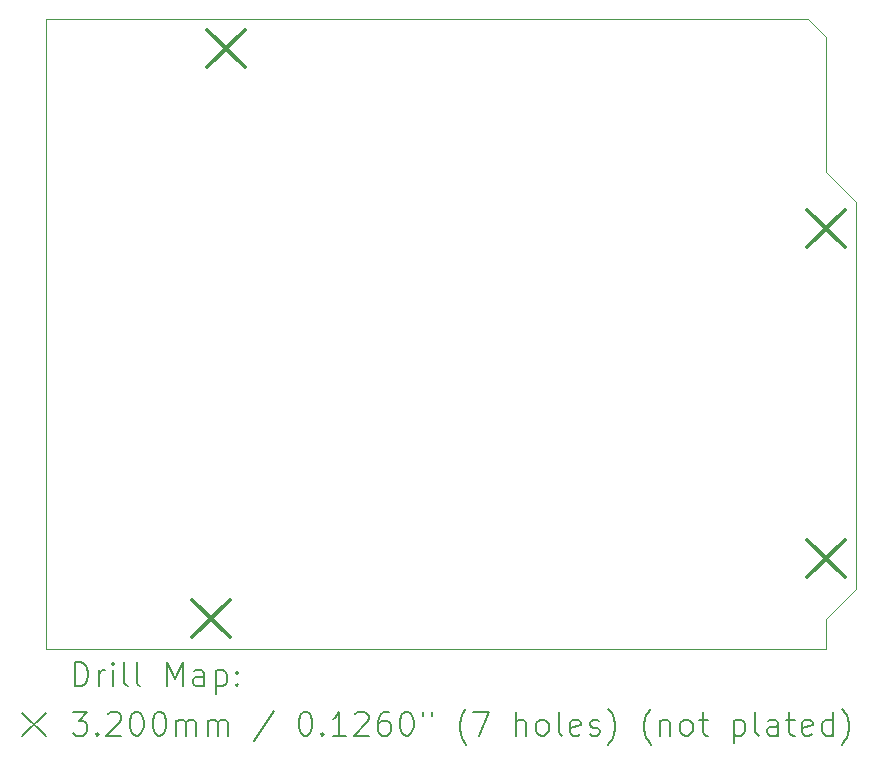
<source format=gbr>
%TF.GenerationSoftware,KiCad,Pcbnew,7.0.2-0*%
%TF.CreationDate,2023-07-25T13:39:22-07:00*%
%TF.ProjectId,DIPduino,44495064-7569-46e6-9f2e-6b696361645f,rev?*%
%TF.SameCoordinates,Original*%
%TF.FileFunction,Drillmap*%
%TF.FilePolarity,Positive*%
%FSLAX45Y45*%
G04 Gerber Fmt 4.5, Leading zero omitted, Abs format (unit mm)*
G04 Created by KiCad (PCBNEW 7.0.2-0) date 2023-07-25 13:39:22*
%MOMM*%
%LPD*%
G01*
G04 APERTURE LIST*
%ADD10C,0.100000*%
%ADD11C,0.200000*%
%ADD12C,0.320000*%
G04 APERTURE END LIST*
D10*
X14224000Y-3200400D02*
X14224000Y-4343400D01*
X14478000Y-4597400D01*
X14478000Y-7874000D01*
X14224000Y-8128000D01*
X14224000Y-8382000D01*
X7620000Y-8382000D01*
X7620000Y-3048000D01*
X14071600Y-3048000D01*
X14224000Y-3200400D01*
D11*
D12*
X8857000Y-7968000D02*
X9177000Y-8288000D01*
X9177000Y-7968000D02*
X8857000Y-8288000D01*
X8984000Y-3142000D02*
X9304000Y-3462000D01*
X9304000Y-3142000D02*
X8984000Y-3462000D01*
X8984000Y-3142000D02*
X9304000Y-3462000D01*
X9304000Y-3142000D02*
X8984000Y-3462000D01*
X14064000Y-4666000D02*
X14384000Y-4986000D01*
X14384000Y-4666000D02*
X14064000Y-4986000D01*
X14064000Y-4666000D02*
X14384000Y-4986000D01*
X14384000Y-4666000D02*
X14064000Y-4986000D01*
X14064000Y-7460000D02*
X14384000Y-7780000D01*
X14384000Y-7460000D02*
X14064000Y-7780000D01*
X14064000Y-7460000D02*
X14384000Y-7780000D01*
X14384000Y-7460000D02*
X14064000Y-7780000D01*
D11*
X7862619Y-8699524D02*
X7862619Y-8499524D01*
X7862619Y-8499524D02*
X7910238Y-8499524D01*
X7910238Y-8499524D02*
X7938809Y-8509048D01*
X7938809Y-8509048D02*
X7957857Y-8528095D01*
X7957857Y-8528095D02*
X7967381Y-8547143D01*
X7967381Y-8547143D02*
X7976905Y-8585238D01*
X7976905Y-8585238D02*
X7976905Y-8613810D01*
X7976905Y-8613810D02*
X7967381Y-8651905D01*
X7967381Y-8651905D02*
X7957857Y-8670952D01*
X7957857Y-8670952D02*
X7938809Y-8690000D01*
X7938809Y-8690000D02*
X7910238Y-8699524D01*
X7910238Y-8699524D02*
X7862619Y-8699524D01*
X8062619Y-8699524D02*
X8062619Y-8566190D01*
X8062619Y-8604286D02*
X8072143Y-8585238D01*
X8072143Y-8585238D02*
X8081667Y-8575714D01*
X8081667Y-8575714D02*
X8100714Y-8566190D01*
X8100714Y-8566190D02*
X8119762Y-8566190D01*
X8186428Y-8699524D02*
X8186428Y-8566190D01*
X8186428Y-8499524D02*
X8176905Y-8509048D01*
X8176905Y-8509048D02*
X8186428Y-8518571D01*
X8186428Y-8518571D02*
X8195952Y-8509048D01*
X8195952Y-8509048D02*
X8186428Y-8499524D01*
X8186428Y-8499524D02*
X8186428Y-8518571D01*
X8310238Y-8699524D02*
X8291190Y-8690000D01*
X8291190Y-8690000D02*
X8281667Y-8670952D01*
X8281667Y-8670952D02*
X8281667Y-8499524D01*
X8415000Y-8699524D02*
X8395952Y-8690000D01*
X8395952Y-8690000D02*
X8386428Y-8670952D01*
X8386428Y-8670952D02*
X8386428Y-8499524D01*
X8643571Y-8699524D02*
X8643571Y-8499524D01*
X8643571Y-8499524D02*
X8710238Y-8642381D01*
X8710238Y-8642381D02*
X8776905Y-8499524D01*
X8776905Y-8499524D02*
X8776905Y-8699524D01*
X8957857Y-8699524D02*
X8957857Y-8594762D01*
X8957857Y-8594762D02*
X8948333Y-8575714D01*
X8948333Y-8575714D02*
X8929286Y-8566190D01*
X8929286Y-8566190D02*
X8891190Y-8566190D01*
X8891190Y-8566190D02*
X8872143Y-8575714D01*
X8957857Y-8690000D02*
X8938810Y-8699524D01*
X8938810Y-8699524D02*
X8891190Y-8699524D01*
X8891190Y-8699524D02*
X8872143Y-8690000D01*
X8872143Y-8690000D02*
X8862619Y-8670952D01*
X8862619Y-8670952D02*
X8862619Y-8651905D01*
X8862619Y-8651905D02*
X8872143Y-8632857D01*
X8872143Y-8632857D02*
X8891190Y-8623333D01*
X8891190Y-8623333D02*
X8938810Y-8623333D01*
X8938810Y-8623333D02*
X8957857Y-8613810D01*
X9053095Y-8566190D02*
X9053095Y-8766190D01*
X9053095Y-8575714D02*
X9072143Y-8566190D01*
X9072143Y-8566190D02*
X9110238Y-8566190D01*
X9110238Y-8566190D02*
X9129286Y-8575714D01*
X9129286Y-8575714D02*
X9138810Y-8585238D01*
X9138810Y-8585238D02*
X9148333Y-8604286D01*
X9148333Y-8604286D02*
X9148333Y-8661429D01*
X9148333Y-8661429D02*
X9138810Y-8680476D01*
X9138810Y-8680476D02*
X9129286Y-8690000D01*
X9129286Y-8690000D02*
X9110238Y-8699524D01*
X9110238Y-8699524D02*
X9072143Y-8699524D01*
X9072143Y-8699524D02*
X9053095Y-8690000D01*
X9234048Y-8680476D02*
X9243571Y-8690000D01*
X9243571Y-8690000D02*
X9234048Y-8699524D01*
X9234048Y-8699524D02*
X9224524Y-8690000D01*
X9224524Y-8690000D02*
X9234048Y-8680476D01*
X9234048Y-8680476D02*
X9234048Y-8699524D01*
X9234048Y-8575714D02*
X9243571Y-8585238D01*
X9243571Y-8585238D02*
X9234048Y-8594762D01*
X9234048Y-8594762D02*
X9224524Y-8585238D01*
X9224524Y-8585238D02*
X9234048Y-8575714D01*
X9234048Y-8575714D02*
X9234048Y-8594762D01*
X7415000Y-8927000D02*
X7615000Y-9127000D01*
X7615000Y-8927000D02*
X7415000Y-9127000D01*
X7843571Y-8919524D02*
X7967381Y-8919524D01*
X7967381Y-8919524D02*
X7900714Y-8995714D01*
X7900714Y-8995714D02*
X7929286Y-8995714D01*
X7929286Y-8995714D02*
X7948333Y-9005238D01*
X7948333Y-9005238D02*
X7957857Y-9014762D01*
X7957857Y-9014762D02*
X7967381Y-9033810D01*
X7967381Y-9033810D02*
X7967381Y-9081429D01*
X7967381Y-9081429D02*
X7957857Y-9100476D01*
X7957857Y-9100476D02*
X7948333Y-9110000D01*
X7948333Y-9110000D02*
X7929286Y-9119524D01*
X7929286Y-9119524D02*
X7872143Y-9119524D01*
X7872143Y-9119524D02*
X7853095Y-9110000D01*
X7853095Y-9110000D02*
X7843571Y-9100476D01*
X8053095Y-9100476D02*
X8062619Y-9110000D01*
X8062619Y-9110000D02*
X8053095Y-9119524D01*
X8053095Y-9119524D02*
X8043571Y-9110000D01*
X8043571Y-9110000D02*
X8053095Y-9100476D01*
X8053095Y-9100476D02*
X8053095Y-9119524D01*
X8138809Y-8938571D02*
X8148333Y-8929048D01*
X8148333Y-8929048D02*
X8167381Y-8919524D01*
X8167381Y-8919524D02*
X8215000Y-8919524D01*
X8215000Y-8919524D02*
X8234048Y-8929048D01*
X8234048Y-8929048D02*
X8243571Y-8938571D01*
X8243571Y-8938571D02*
X8253095Y-8957619D01*
X8253095Y-8957619D02*
X8253095Y-8976667D01*
X8253095Y-8976667D02*
X8243571Y-9005238D01*
X8243571Y-9005238D02*
X8129286Y-9119524D01*
X8129286Y-9119524D02*
X8253095Y-9119524D01*
X8376905Y-8919524D02*
X8395952Y-8919524D01*
X8395952Y-8919524D02*
X8415000Y-8929048D01*
X8415000Y-8929048D02*
X8424524Y-8938571D01*
X8424524Y-8938571D02*
X8434048Y-8957619D01*
X8434048Y-8957619D02*
X8443571Y-8995714D01*
X8443571Y-8995714D02*
X8443571Y-9043333D01*
X8443571Y-9043333D02*
X8434048Y-9081429D01*
X8434048Y-9081429D02*
X8424524Y-9100476D01*
X8424524Y-9100476D02*
X8415000Y-9110000D01*
X8415000Y-9110000D02*
X8395952Y-9119524D01*
X8395952Y-9119524D02*
X8376905Y-9119524D01*
X8376905Y-9119524D02*
X8357857Y-9110000D01*
X8357857Y-9110000D02*
X8348333Y-9100476D01*
X8348333Y-9100476D02*
X8338809Y-9081429D01*
X8338809Y-9081429D02*
X8329286Y-9043333D01*
X8329286Y-9043333D02*
X8329286Y-8995714D01*
X8329286Y-8995714D02*
X8338809Y-8957619D01*
X8338809Y-8957619D02*
X8348333Y-8938571D01*
X8348333Y-8938571D02*
X8357857Y-8929048D01*
X8357857Y-8929048D02*
X8376905Y-8919524D01*
X8567381Y-8919524D02*
X8586429Y-8919524D01*
X8586429Y-8919524D02*
X8605476Y-8929048D01*
X8605476Y-8929048D02*
X8615000Y-8938571D01*
X8615000Y-8938571D02*
X8624524Y-8957619D01*
X8624524Y-8957619D02*
X8634048Y-8995714D01*
X8634048Y-8995714D02*
X8634048Y-9043333D01*
X8634048Y-9043333D02*
X8624524Y-9081429D01*
X8624524Y-9081429D02*
X8615000Y-9100476D01*
X8615000Y-9100476D02*
X8605476Y-9110000D01*
X8605476Y-9110000D02*
X8586429Y-9119524D01*
X8586429Y-9119524D02*
X8567381Y-9119524D01*
X8567381Y-9119524D02*
X8548333Y-9110000D01*
X8548333Y-9110000D02*
X8538810Y-9100476D01*
X8538810Y-9100476D02*
X8529286Y-9081429D01*
X8529286Y-9081429D02*
X8519762Y-9043333D01*
X8519762Y-9043333D02*
X8519762Y-8995714D01*
X8519762Y-8995714D02*
X8529286Y-8957619D01*
X8529286Y-8957619D02*
X8538810Y-8938571D01*
X8538810Y-8938571D02*
X8548333Y-8929048D01*
X8548333Y-8929048D02*
X8567381Y-8919524D01*
X8719762Y-9119524D02*
X8719762Y-8986190D01*
X8719762Y-9005238D02*
X8729286Y-8995714D01*
X8729286Y-8995714D02*
X8748333Y-8986190D01*
X8748333Y-8986190D02*
X8776905Y-8986190D01*
X8776905Y-8986190D02*
X8795952Y-8995714D01*
X8795952Y-8995714D02*
X8805476Y-9014762D01*
X8805476Y-9014762D02*
X8805476Y-9119524D01*
X8805476Y-9014762D02*
X8815000Y-8995714D01*
X8815000Y-8995714D02*
X8834048Y-8986190D01*
X8834048Y-8986190D02*
X8862619Y-8986190D01*
X8862619Y-8986190D02*
X8881667Y-8995714D01*
X8881667Y-8995714D02*
X8891191Y-9014762D01*
X8891191Y-9014762D02*
X8891191Y-9119524D01*
X8986429Y-9119524D02*
X8986429Y-8986190D01*
X8986429Y-9005238D02*
X8995952Y-8995714D01*
X8995952Y-8995714D02*
X9015000Y-8986190D01*
X9015000Y-8986190D02*
X9043572Y-8986190D01*
X9043572Y-8986190D02*
X9062619Y-8995714D01*
X9062619Y-8995714D02*
X9072143Y-9014762D01*
X9072143Y-9014762D02*
X9072143Y-9119524D01*
X9072143Y-9014762D02*
X9081667Y-8995714D01*
X9081667Y-8995714D02*
X9100714Y-8986190D01*
X9100714Y-8986190D02*
X9129286Y-8986190D01*
X9129286Y-8986190D02*
X9148333Y-8995714D01*
X9148333Y-8995714D02*
X9157857Y-9014762D01*
X9157857Y-9014762D02*
X9157857Y-9119524D01*
X9548333Y-8910000D02*
X9376905Y-9167143D01*
X9805476Y-8919524D02*
X9824524Y-8919524D01*
X9824524Y-8919524D02*
X9843572Y-8929048D01*
X9843572Y-8929048D02*
X9853095Y-8938571D01*
X9853095Y-8938571D02*
X9862619Y-8957619D01*
X9862619Y-8957619D02*
X9872143Y-8995714D01*
X9872143Y-8995714D02*
X9872143Y-9043333D01*
X9872143Y-9043333D02*
X9862619Y-9081429D01*
X9862619Y-9081429D02*
X9853095Y-9100476D01*
X9853095Y-9100476D02*
X9843572Y-9110000D01*
X9843572Y-9110000D02*
X9824524Y-9119524D01*
X9824524Y-9119524D02*
X9805476Y-9119524D01*
X9805476Y-9119524D02*
X9786429Y-9110000D01*
X9786429Y-9110000D02*
X9776905Y-9100476D01*
X9776905Y-9100476D02*
X9767381Y-9081429D01*
X9767381Y-9081429D02*
X9757857Y-9043333D01*
X9757857Y-9043333D02*
X9757857Y-8995714D01*
X9757857Y-8995714D02*
X9767381Y-8957619D01*
X9767381Y-8957619D02*
X9776905Y-8938571D01*
X9776905Y-8938571D02*
X9786429Y-8929048D01*
X9786429Y-8929048D02*
X9805476Y-8919524D01*
X9957857Y-9100476D02*
X9967381Y-9110000D01*
X9967381Y-9110000D02*
X9957857Y-9119524D01*
X9957857Y-9119524D02*
X9948334Y-9110000D01*
X9948334Y-9110000D02*
X9957857Y-9100476D01*
X9957857Y-9100476D02*
X9957857Y-9119524D01*
X10157857Y-9119524D02*
X10043572Y-9119524D01*
X10100714Y-9119524D02*
X10100714Y-8919524D01*
X10100714Y-8919524D02*
X10081667Y-8948095D01*
X10081667Y-8948095D02*
X10062619Y-8967143D01*
X10062619Y-8967143D02*
X10043572Y-8976667D01*
X10234048Y-8938571D02*
X10243572Y-8929048D01*
X10243572Y-8929048D02*
X10262619Y-8919524D01*
X10262619Y-8919524D02*
X10310238Y-8919524D01*
X10310238Y-8919524D02*
X10329286Y-8929048D01*
X10329286Y-8929048D02*
X10338810Y-8938571D01*
X10338810Y-8938571D02*
X10348334Y-8957619D01*
X10348334Y-8957619D02*
X10348334Y-8976667D01*
X10348334Y-8976667D02*
X10338810Y-9005238D01*
X10338810Y-9005238D02*
X10224524Y-9119524D01*
X10224524Y-9119524D02*
X10348334Y-9119524D01*
X10519762Y-8919524D02*
X10481667Y-8919524D01*
X10481667Y-8919524D02*
X10462619Y-8929048D01*
X10462619Y-8929048D02*
X10453095Y-8938571D01*
X10453095Y-8938571D02*
X10434048Y-8967143D01*
X10434048Y-8967143D02*
X10424524Y-9005238D01*
X10424524Y-9005238D02*
X10424524Y-9081429D01*
X10424524Y-9081429D02*
X10434048Y-9100476D01*
X10434048Y-9100476D02*
X10443572Y-9110000D01*
X10443572Y-9110000D02*
X10462619Y-9119524D01*
X10462619Y-9119524D02*
X10500715Y-9119524D01*
X10500715Y-9119524D02*
X10519762Y-9110000D01*
X10519762Y-9110000D02*
X10529286Y-9100476D01*
X10529286Y-9100476D02*
X10538810Y-9081429D01*
X10538810Y-9081429D02*
X10538810Y-9033810D01*
X10538810Y-9033810D02*
X10529286Y-9014762D01*
X10529286Y-9014762D02*
X10519762Y-9005238D01*
X10519762Y-9005238D02*
X10500715Y-8995714D01*
X10500715Y-8995714D02*
X10462619Y-8995714D01*
X10462619Y-8995714D02*
X10443572Y-9005238D01*
X10443572Y-9005238D02*
X10434048Y-9014762D01*
X10434048Y-9014762D02*
X10424524Y-9033810D01*
X10662619Y-8919524D02*
X10681667Y-8919524D01*
X10681667Y-8919524D02*
X10700715Y-8929048D01*
X10700715Y-8929048D02*
X10710238Y-8938571D01*
X10710238Y-8938571D02*
X10719762Y-8957619D01*
X10719762Y-8957619D02*
X10729286Y-8995714D01*
X10729286Y-8995714D02*
X10729286Y-9043333D01*
X10729286Y-9043333D02*
X10719762Y-9081429D01*
X10719762Y-9081429D02*
X10710238Y-9100476D01*
X10710238Y-9100476D02*
X10700715Y-9110000D01*
X10700715Y-9110000D02*
X10681667Y-9119524D01*
X10681667Y-9119524D02*
X10662619Y-9119524D01*
X10662619Y-9119524D02*
X10643572Y-9110000D01*
X10643572Y-9110000D02*
X10634048Y-9100476D01*
X10634048Y-9100476D02*
X10624524Y-9081429D01*
X10624524Y-9081429D02*
X10615000Y-9043333D01*
X10615000Y-9043333D02*
X10615000Y-8995714D01*
X10615000Y-8995714D02*
X10624524Y-8957619D01*
X10624524Y-8957619D02*
X10634048Y-8938571D01*
X10634048Y-8938571D02*
X10643572Y-8929048D01*
X10643572Y-8929048D02*
X10662619Y-8919524D01*
X10805476Y-8919524D02*
X10805476Y-8957619D01*
X10881667Y-8919524D02*
X10881667Y-8957619D01*
X11176905Y-9195714D02*
X11167381Y-9186190D01*
X11167381Y-9186190D02*
X11148334Y-9157619D01*
X11148334Y-9157619D02*
X11138810Y-9138571D01*
X11138810Y-9138571D02*
X11129286Y-9110000D01*
X11129286Y-9110000D02*
X11119762Y-9062381D01*
X11119762Y-9062381D02*
X11119762Y-9024286D01*
X11119762Y-9024286D02*
X11129286Y-8976667D01*
X11129286Y-8976667D02*
X11138810Y-8948095D01*
X11138810Y-8948095D02*
X11148334Y-8929048D01*
X11148334Y-8929048D02*
X11167381Y-8900476D01*
X11167381Y-8900476D02*
X11176905Y-8890952D01*
X11234048Y-8919524D02*
X11367381Y-8919524D01*
X11367381Y-8919524D02*
X11281667Y-9119524D01*
X11595953Y-9119524D02*
X11595953Y-8919524D01*
X11681667Y-9119524D02*
X11681667Y-9014762D01*
X11681667Y-9014762D02*
X11672143Y-8995714D01*
X11672143Y-8995714D02*
X11653096Y-8986190D01*
X11653096Y-8986190D02*
X11624524Y-8986190D01*
X11624524Y-8986190D02*
X11605476Y-8995714D01*
X11605476Y-8995714D02*
X11595953Y-9005238D01*
X11805476Y-9119524D02*
X11786429Y-9110000D01*
X11786429Y-9110000D02*
X11776905Y-9100476D01*
X11776905Y-9100476D02*
X11767381Y-9081429D01*
X11767381Y-9081429D02*
X11767381Y-9024286D01*
X11767381Y-9024286D02*
X11776905Y-9005238D01*
X11776905Y-9005238D02*
X11786429Y-8995714D01*
X11786429Y-8995714D02*
X11805476Y-8986190D01*
X11805476Y-8986190D02*
X11834048Y-8986190D01*
X11834048Y-8986190D02*
X11853096Y-8995714D01*
X11853096Y-8995714D02*
X11862619Y-9005238D01*
X11862619Y-9005238D02*
X11872143Y-9024286D01*
X11872143Y-9024286D02*
X11872143Y-9081429D01*
X11872143Y-9081429D02*
X11862619Y-9100476D01*
X11862619Y-9100476D02*
X11853096Y-9110000D01*
X11853096Y-9110000D02*
X11834048Y-9119524D01*
X11834048Y-9119524D02*
X11805476Y-9119524D01*
X11986429Y-9119524D02*
X11967381Y-9110000D01*
X11967381Y-9110000D02*
X11957857Y-9090952D01*
X11957857Y-9090952D02*
X11957857Y-8919524D01*
X12138810Y-9110000D02*
X12119762Y-9119524D01*
X12119762Y-9119524D02*
X12081667Y-9119524D01*
X12081667Y-9119524D02*
X12062619Y-9110000D01*
X12062619Y-9110000D02*
X12053096Y-9090952D01*
X12053096Y-9090952D02*
X12053096Y-9014762D01*
X12053096Y-9014762D02*
X12062619Y-8995714D01*
X12062619Y-8995714D02*
X12081667Y-8986190D01*
X12081667Y-8986190D02*
X12119762Y-8986190D01*
X12119762Y-8986190D02*
X12138810Y-8995714D01*
X12138810Y-8995714D02*
X12148334Y-9014762D01*
X12148334Y-9014762D02*
X12148334Y-9033810D01*
X12148334Y-9033810D02*
X12053096Y-9052857D01*
X12224524Y-9110000D02*
X12243572Y-9119524D01*
X12243572Y-9119524D02*
X12281667Y-9119524D01*
X12281667Y-9119524D02*
X12300715Y-9110000D01*
X12300715Y-9110000D02*
X12310238Y-9090952D01*
X12310238Y-9090952D02*
X12310238Y-9081429D01*
X12310238Y-9081429D02*
X12300715Y-9062381D01*
X12300715Y-9062381D02*
X12281667Y-9052857D01*
X12281667Y-9052857D02*
X12253096Y-9052857D01*
X12253096Y-9052857D02*
X12234048Y-9043333D01*
X12234048Y-9043333D02*
X12224524Y-9024286D01*
X12224524Y-9024286D02*
X12224524Y-9014762D01*
X12224524Y-9014762D02*
X12234048Y-8995714D01*
X12234048Y-8995714D02*
X12253096Y-8986190D01*
X12253096Y-8986190D02*
X12281667Y-8986190D01*
X12281667Y-8986190D02*
X12300715Y-8995714D01*
X12376905Y-9195714D02*
X12386429Y-9186190D01*
X12386429Y-9186190D02*
X12405477Y-9157619D01*
X12405477Y-9157619D02*
X12415000Y-9138571D01*
X12415000Y-9138571D02*
X12424524Y-9110000D01*
X12424524Y-9110000D02*
X12434048Y-9062381D01*
X12434048Y-9062381D02*
X12434048Y-9024286D01*
X12434048Y-9024286D02*
X12424524Y-8976667D01*
X12424524Y-8976667D02*
X12415000Y-8948095D01*
X12415000Y-8948095D02*
X12405477Y-8929048D01*
X12405477Y-8929048D02*
X12386429Y-8900476D01*
X12386429Y-8900476D02*
X12376905Y-8890952D01*
X12738810Y-9195714D02*
X12729286Y-9186190D01*
X12729286Y-9186190D02*
X12710238Y-9157619D01*
X12710238Y-9157619D02*
X12700715Y-9138571D01*
X12700715Y-9138571D02*
X12691191Y-9110000D01*
X12691191Y-9110000D02*
X12681667Y-9062381D01*
X12681667Y-9062381D02*
X12681667Y-9024286D01*
X12681667Y-9024286D02*
X12691191Y-8976667D01*
X12691191Y-8976667D02*
X12700715Y-8948095D01*
X12700715Y-8948095D02*
X12710238Y-8929048D01*
X12710238Y-8929048D02*
X12729286Y-8900476D01*
X12729286Y-8900476D02*
X12738810Y-8890952D01*
X12815000Y-8986190D02*
X12815000Y-9119524D01*
X12815000Y-9005238D02*
X12824524Y-8995714D01*
X12824524Y-8995714D02*
X12843572Y-8986190D01*
X12843572Y-8986190D02*
X12872143Y-8986190D01*
X12872143Y-8986190D02*
X12891191Y-8995714D01*
X12891191Y-8995714D02*
X12900715Y-9014762D01*
X12900715Y-9014762D02*
X12900715Y-9119524D01*
X13024524Y-9119524D02*
X13005477Y-9110000D01*
X13005477Y-9110000D02*
X12995953Y-9100476D01*
X12995953Y-9100476D02*
X12986429Y-9081429D01*
X12986429Y-9081429D02*
X12986429Y-9024286D01*
X12986429Y-9024286D02*
X12995953Y-9005238D01*
X12995953Y-9005238D02*
X13005477Y-8995714D01*
X13005477Y-8995714D02*
X13024524Y-8986190D01*
X13024524Y-8986190D02*
X13053096Y-8986190D01*
X13053096Y-8986190D02*
X13072143Y-8995714D01*
X13072143Y-8995714D02*
X13081667Y-9005238D01*
X13081667Y-9005238D02*
X13091191Y-9024286D01*
X13091191Y-9024286D02*
X13091191Y-9081429D01*
X13091191Y-9081429D02*
X13081667Y-9100476D01*
X13081667Y-9100476D02*
X13072143Y-9110000D01*
X13072143Y-9110000D02*
X13053096Y-9119524D01*
X13053096Y-9119524D02*
X13024524Y-9119524D01*
X13148334Y-8986190D02*
X13224524Y-8986190D01*
X13176905Y-8919524D02*
X13176905Y-9090952D01*
X13176905Y-9090952D02*
X13186429Y-9110000D01*
X13186429Y-9110000D02*
X13205477Y-9119524D01*
X13205477Y-9119524D02*
X13224524Y-9119524D01*
X13443572Y-8986190D02*
X13443572Y-9186190D01*
X13443572Y-8995714D02*
X13462619Y-8986190D01*
X13462619Y-8986190D02*
X13500715Y-8986190D01*
X13500715Y-8986190D02*
X13519762Y-8995714D01*
X13519762Y-8995714D02*
X13529286Y-9005238D01*
X13529286Y-9005238D02*
X13538810Y-9024286D01*
X13538810Y-9024286D02*
X13538810Y-9081429D01*
X13538810Y-9081429D02*
X13529286Y-9100476D01*
X13529286Y-9100476D02*
X13519762Y-9110000D01*
X13519762Y-9110000D02*
X13500715Y-9119524D01*
X13500715Y-9119524D02*
X13462619Y-9119524D01*
X13462619Y-9119524D02*
X13443572Y-9110000D01*
X13653096Y-9119524D02*
X13634048Y-9110000D01*
X13634048Y-9110000D02*
X13624524Y-9090952D01*
X13624524Y-9090952D02*
X13624524Y-8919524D01*
X13815000Y-9119524D02*
X13815000Y-9014762D01*
X13815000Y-9014762D02*
X13805477Y-8995714D01*
X13805477Y-8995714D02*
X13786429Y-8986190D01*
X13786429Y-8986190D02*
X13748334Y-8986190D01*
X13748334Y-8986190D02*
X13729286Y-8995714D01*
X13815000Y-9110000D02*
X13795953Y-9119524D01*
X13795953Y-9119524D02*
X13748334Y-9119524D01*
X13748334Y-9119524D02*
X13729286Y-9110000D01*
X13729286Y-9110000D02*
X13719762Y-9090952D01*
X13719762Y-9090952D02*
X13719762Y-9071905D01*
X13719762Y-9071905D02*
X13729286Y-9052857D01*
X13729286Y-9052857D02*
X13748334Y-9043333D01*
X13748334Y-9043333D02*
X13795953Y-9043333D01*
X13795953Y-9043333D02*
X13815000Y-9033810D01*
X13881667Y-8986190D02*
X13957858Y-8986190D01*
X13910239Y-8919524D02*
X13910239Y-9090952D01*
X13910239Y-9090952D02*
X13919762Y-9110000D01*
X13919762Y-9110000D02*
X13938810Y-9119524D01*
X13938810Y-9119524D02*
X13957858Y-9119524D01*
X14100715Y-9110000D02*
X14081667Y-9119524D01*
X14081667Y-9119524D02*
X14043572Y-9119524D01*
X14043572Y-9119524D02*
X14024524Y-9110000D01*
X14024524Y-9110000D02*
X14015000Y-9090952D01*
X14015000Y-9090952D02*
X14015000Y-9014762D01*
X14015000Y-9014762D02*
X14024524Y-8995714D01*
X14024524Y-8995714D02*
X14043572Y-8986190D01*
X14043572Y-8986190D02*
X14081667Y-8986190D01*
X14081667Y-8986190D02*
X14100715Y-8995714D01*
X14100715Y-8995714D02*
X14110239Y-9014762D01*
X14110239Y-9014762D02*
X14110239Y-9033810D01*
X14110239Y-9033810D02*
X14015000Y-9052857D01*
X14281667Y-9119524D02*
X14281667Y-8919524D01*
X14281667Y-9110000D02*
X14262620Y-9119524D01*
X14262620Y-9119524D02*
X14224524Y-9119524D01*
X14224524Y-9119524D02*
X14205477Y-9110000D01*
X14205477Y-9110000D02*
X14195953Y-9100476D01*
X14195953Y-9100476D02*
X14186429Y-9081429D01*
X14186429Y-9081429D02*
X14186429Y-9024286D01*
X14186429Y-9024286D02*
X14195953Y-9005238D01*
X14195953Y-9005238D02*
X14205477Y-8995714D01*
X14205477Y-8995714D02*
X14224524Y-8986190D01*
X14224524Y-8986190D02*
X14262620Y-8986190D01*
X14262620Y-8986190D02*
X14281667Y-8995714D01*
X14357858Y-9195714D02*
X14367381Y-9186190D01*
X14367381Y-9186190D02*
X14386429Y-9157619D01*
X14386429Y-9157619D02*
X14395953Y-9138571D01*
X14395953Y-9138571D02*
X14405477Y-9110000D01*
X14405477Y-9110000D02*
X14415000Y-9062381D01*
X14415000Y-9062381D02*
X14415000Y-9024286D01*
X14415000Y-9024286D02*
X14405477Y-8976667D01*
X14405477Y-8976667D02*
X14395953Y-8948095D01*
X14395953Y-8948095D02*
X14386429Y-8929048D01*
X14386429Y-8929048D02*
X14367381Y-8900476D01*
X14367381Y-8900476D02*
X14357858Y-8890952D01*
M02*

</source>
